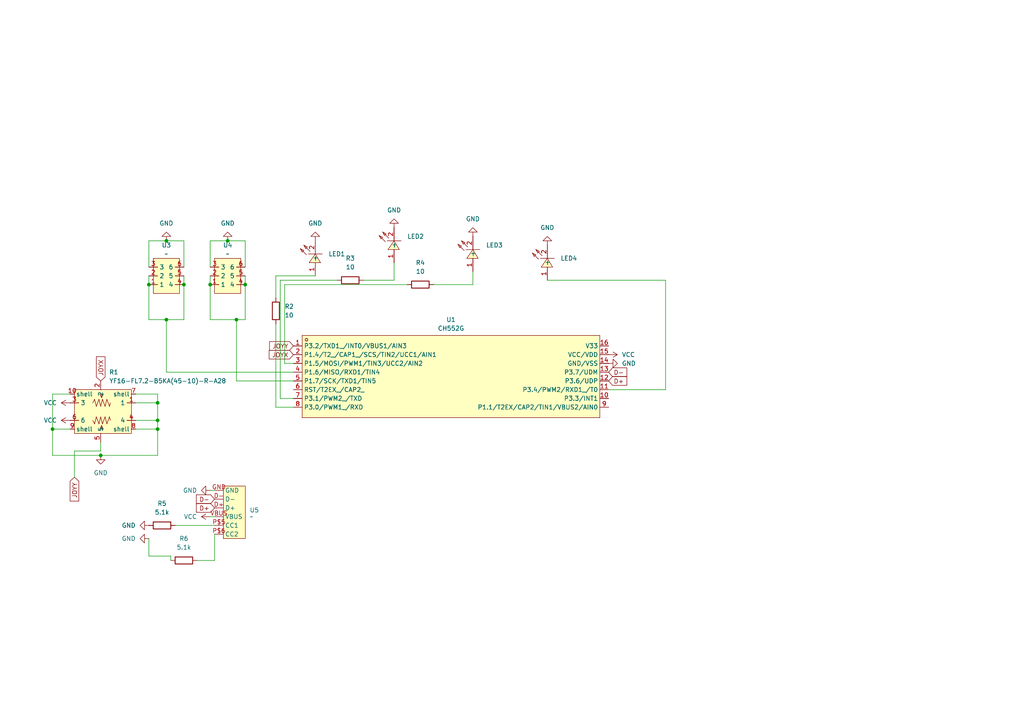
<source format=kicad_sch>
(kicad_sch (version 20231120) (generator "eeschema") (generator_version "8.0")
  (paper "A4")
  (lib_symbols
    (symbol "DIP6-DPDT_1"
      (property "Reference" "U4" (at 0 2.54 0))
      (property "Value" "~" (at 0 0 0))
      (symbol "DIP6-DPDT_1_1_1"
        (rectangle (start -3.81 -1.27) (end 3.81 -11.43) (fill (type background)))
        (pin input line (at -5.08 -8.89 0) (length 2.54) (name "1") (number "1"))
        (pin input line (at -5.08 -6.35 0) (length 2.54) (name "2") (number "2"))
        (pin input line (at -5.08 -3.81 0) (length 2.54) (name "3") (number "3"))
        (pin input line (at 5.08 -8.89 180) (length 2.54) (name "4") (number "4"))
        (pin input line (at 5.08 -6.35 180) (length 2.54) (name "5") (number "5"))
        (pin input line (at 5.08 -3.81 180) (length 2.54) (name "6") (number "6"))
      )
    )
    (symbol "Device:R" (pin_numbers hide) (pin_names (offset 0))
      (property "Reference" "R" (at 2.032 0 90))
      (property "Value" "R" (at 0 0 90))
      (symbol "R_0_1"
        (rectangle (start -1.016 -2.54) (end 1.016 2.54) (stroke (width 0.254)))
      )
      (symbol "R_1_1"
        (pin passive line (at 0 3.81 270) (length 1.27) (name "~") (number "1"))
        (pin passive line (at 0 -3.81 90) (length 1.27) (name "~") (number "2"))
      )
    )
    (symbol "EasyEda:204-10SUBC_S400-A4"
      (property "Reference" "LED" (at 0 5.08 0))
      (property "Value" "204-10SUBC/S400-A4" (at 0 -5.08 0))
      (symbol "204-10SUBC_S400-A4_0_1"
        (polyline (pts (xy 1.02 2.54) (xy 2.79 4.32)))
        (polyline (pts (xy 1.27 2.03) (xy 1.27 -2.03)))
        (polyline (pts (xy 2.03 1.52) (xy 3.81 3.3)))
        (polyline (pts (xy -1.27 -1.52) (xy 1.27 0) (xy -1.27 1.78) (xy -1.27 -1.52)) (fill (type background)))
        (polyline (pts (xy 2.79 4.32) (xy 1.78 3.81) (xy 2.29 3.3) (xy 2.79 4.32)) (fill (type background)))
        (polyline (pts (xy 3.81 3.3) (xy 2.79 2.79) (xy 3.3 2.29) (xy 3.81 3.3)) (fill (type background)))
        (pin unspecified line (at -5.08 0 0) (length 3.81) (name "+") (number "1"))
        (pin unspecified line (at 5.08 0 180) (length 3.81) (name "-") (number "2"))
      )
    )
    (symbol "EasyEda:CH552G"
      (property "Reference" "U" (at 0 13.97 0))
      (property "Value" "CH552G" (at 0 -13.97 0))
      (symbol "CH552G_0_1"
        (rectangle (start -43.18 11.94) (end 43.18 -11.94) (fill (type background)))
        (circle (center -41.91 10.67) (radius 0.38))
        (circle (center -41.91 10.67) (radius 0.38))
        (pin unspecified line (at -45.72 8.89 0) (length 2.54) (name "P3.2/TXD1_/INT0/VBUS1/AIN3") (number "1"))
        (pin unspecified line (at 45.72 -6.35 180) (length 2.54) (name "P3.3/INT1") (number "10"))
        (pin unspecified line (at 45.72 -3.81 180) (length 2.54) (name "P3.4/PWM2/RXD1_/T0") (number "11"))
        (pin unspecified line (at 45.72 -1.27 180) (length 2.54) (name "P3.6/UDP") (number "12"))
        (pin unspecified line (at 45.72 1.27 180) (length 2.54) (name "P3.7/UDM") (number "13"))
        (pin unspecified line (at 45.72 3.81 180) (length 2.54) (name "GND/VSS") (number "14"))
        (pin unspecified line (at 45.72 6.35 180) (length 2.54) (name "VCC/VDD") (number "15"))
        (pin unspecified line (at 45.72 8.89 180) (length 2.54) (name "V33") (number "16"))
        (pin unspecified line (at -45.72 6.35 0) (length 2.54) (name "P1.4/T2_/CAP1_/SCS/TIN2/UCC1/AIN1") (number "2"))
        (pin unspecified line (at -45.72 3.81 0) (length 2.54) (name "P1.5/MOSI/PWM1/TIN3/UCC2/AIN2") (number "3"))
        (pin unspecified line (at -45.72 1.27 0) (length 2.54) (name "P1.6/MISO/RXD1/TIN4") (number "4"))
        (pin unspecified line (at -45.72 -1.27 0) (length 2.54) (name "P1.7/SCK/TXD1/TIN5") (number "5"))
        (pin unspecified line (at -45.72 -3.81 0) (length 2.54) (name "RST/T2EX_/CAP2_") (number "6"))
        (pin unspecified line (at -45.72 -6.35 0) (length 2.54) (name "P3.1/PWM2_/TXD") (number "7"))
        (pin unspecified line (at -45.72 -8.89 0) (length 2.54) (name "P3.0/PWM1_/RXD") (number "8"))
        (pin unspecified line (at 45.72 -8.89 180) (length 2.54) (name "P1.1/T2EX/CAP2/TIN1/VBUS2/AIN0") (number "9"))
      )
    )
    (symbol "EasyEda:YF16-FL7.2-B5KA(45-10)-R-A28"
      (property "Reference" "R1" (at 2.4441 11.43 0))
      (property "Value" "YF16-FL7.2-B5KA(45-10)-R-A28" (at 2.4441 8.89 0))
      (symbol "YF16-FL7.2-B5KA(45-10)-R-A28_0_1"
        (rectangle (start -7.62 6.35) (end 8.89 -6.35) (fill (type background)))
        (polyline (pts (xy -2.29 -2.54) (xy -1.78 -3.56)))
        (polyline (pts (xy -2.29 2.54) (xy -1.78 3.56)))
        (polyline (pts (xy -1.78 -3.56) (xy -1.27 -1.52)))
        (polyline (pts (xy -1.78 3.56) (xy -1.27 1.52)))
        (polyline (pts (xy -1.27 -1.52) (xy -0.51 -3.56)))
        (polyline (pts (xy -1.27 1.52) (xy -0.51 3.56)))
        (polyline (pts (xy -0.51 -3.56) (xy 0 -1.52)))
        (polyline (pts (xy -0.51 3.56) (xy 0 1.52)))
        (polyline (pts (xy 0 -1.52) (xy 0.51 -3.56)))
        (polyline (pts (xy 0 1.52) (xy 0.51 3.56)))
        (polyline (pts (xy 0.25 -5.08) (xy 0.25 -4.06)))
        (polyline (pts (xy 0.25 5.08) (xy 0.25 4.06)))
        (polyline (pts (xy 0.51 -3.56) (xy 1.27 -1.52)))
        (polyline (pts (xy 0.51 3.56) (xy 1.27 1.52)))
        (polyline (pts (xy 1.27 -1.52) (xy 1.78 -3.56)))
        (polyline (pts (xy 1.27 1.52) (xy 1.78 3.56)))
        (polyline (pts (xy 1.78 -3.56) (xy 2.54 -1.52)))
        (polyline (pts (xy 1.78 3.56) (xy 2.54 1.52)))
        (polyline (pts (xy 2.54 -1.52) (xy 2.79 -2.54)))
        (polyline (pts (xy 2.54 1.52) (xy 2.79 2.54)))
        (polyline (pts (xy -0.25 -5.08) (xy 0.25 -4.06) (xy 0.76 -5.08) (xy -0.25 -5.08)) (fill (type background)))
        (polyline (pts (xy -0.25 5.08) (xy 0.25 4.06) (xy 0.76 5.08) (xy -0.25 5.08)) (fill (type background)))
        (pin unspecified line (at 10.16 2.54 180) (length 2.54) (name "1") (number "1"))
        (pin unspecified line (at -8.89 5.08 0) (length 1.27) (name "shell") (number "10"))
        (pin unspecified line (at 0 8.89 270) (length 2.54) (name "2") (number "2"))
        (pin unspecified line (at -8.89 2.54 0) (length 2.54) (name "3") (number "3"))
        (pin unspecified line (at 10.16 -2.54 180) (length 2.54) (name "4") (number "4"))
        (pin unspecified line (at 0 -8.89 90) (length 2.54) (name "5") (number "5"))
        (pin unspecified line (at -8.89 -2.54 0) (length 2.54) (name "6") (number "6"))
        (pin unspecified line (at 10.16 5.08 180) (length 1.27) (name "shell") (number "7"))
        (pin unspecified line (at 10.16 -5.08 180) (length 1.27) (name "shell") (number "8"))
        (pin unspecified line (at -8.89 -5.08 0) (length 1.27) (name "shell") (number "9"))
      )
    )
    (symbol "mylib:DIP6-DPDT"
      (property "Reference" "U3" (at 0 2.54 0))
      (property "Value" "~" (at 0 0 0))
      (symbol "DIP6-DPDT_1_1"
        (rectangle (start -3.81 -1.27) (end 3.81 -11.43) (fill (type background)))
        (pin input line (at -5.08 -8.89 0) (length 2.54) (name "1") (number "1"))
        (pin input line (at -5.08 -6.35 0) (length 2.54) (name "2") (number "2"))
        (pin input line (at -5.08 -3.81 0) (length 2.54) (name "3") (number "3"))
        (pin input line (at 5.08 -8.89 180) (length 2.54) (name "4") (number "4"))
        (pin input line (at 5.08 -6.35 180) (length 2.54) (name "5") (number "5"))
        (pin input line (at 5.08 -3.81 180) (length 2.54) (name "6") (number "6"))
      )
    )
    (symbol "mylib:usbc"
      (property "Reference" "U" (at 0 0 0))
      (symbol "usbc_0_1"
        (rectangle (start 0 -1.27) (end 0 -1.27))
      )
      (symbol "usbc_1_1"
        (rectangle (start -2.54 -1.27) (end 3.81 -16.51) (fill (type background)))
        (pin input line (at -5.08 -7.62 0) (length 2.54) (name "D+") (number "D+"))
        (pin input line (at -5.08 -5.08 0) (length 2.54) (name "D-") (number "D-"))
        (pin input line (at -5.08 -2.54 0) (length 2.54) (name "GND") (number "GND"))
        (pin input line (at -5.08 -12.7 0) (length 2.54) (name "CC1") (number "P$5"))
        (pin input line (at -5.08 -15.24 0) (length 2.54) (name "CC2") (number "P$6"))
        (pin input line (at -5.08 -10.16 0) (length 2.54) (name "VBUS") (number "VBUS"))
      )
    )
    (symbol "power:GND" (power) (pin_numbers hide) (pin_names (offset 0) hide)
      (property "Value" "GND" (at 0 -3.81 0))
      (symbol "GND_0_1"
        (polyline (pts (xy 0 0) (xy 0 -1.27) (xy 1.27 -1.27) (xy 0 -2.54) (xy -1.27 -1.27) (xy 0 -1.27)))
      )
      (symbol "GND_1_1"
        (pin power_in line (at 0 0 270) (length 0) (name "~") (number "1"))
      )
    )
    (symbol "power:VCC" (power) (pin_numbers hide) (pin_names (offset 0) hide)
      (property "Value" "VCC" (at 0 3.556 0))
      (symbol "VCC_0_1"
        (polyline (pts (xy -0.762 1.27) (xy 0 2.54)))
        (polyline (pts (xy 0 0) (xy 0 2.54)))
        (polyline (pts (xy 0 2.54) (xy 0.762 1.27)))
      )
      (symbol "VCC_1_1"
        (pin power_in line (at 0 0 90) (length 0) (name "~") (number "1"))
      )
    )
  )
  (junction (at 48.26 69.85))
  (junction (at 68.58 92.71))
  (junction (at 48.26 92.71))
  (junction (at 71.12 82.55))
  (junction (at 45.72 121.92))
  (junction (at 66.04 69.85))
  (junction (at 45.72 116.84))
  (junction (at 15.24 124.46))
  (junction (at 45.72 124.46))
  (junction (at 60.96 82.55))
  (junction (at 53.34 82.55))
  (junction (at 43.18 82.55))
  (junction (at 29.21 132.08))
  (wire (pts (xy 50.8 152.4) (xy 62.23 152.4)))
  (wire (pts (xy 85.09 115.57) (xy 81.28 115.57)))
  (wire (pts (xy 45.72 114.3) (xy 39.37 114.3)))
  (wire (pts (xy 81.28 115.57) (xy 81.28 81.28)))
  (wire (pts (xy 15.24 132.08) (xy 29.21 132.08)))
  (wire (pts (xy 53.34 92.71) (xy 53.34 82.55)))
  (wire (pts (xy 193.04 113.03) (xy 193.04 81.28)))
  (wire (pts (xy 20.32 124.46) (xy 15.24 124.46)))
  (wire (pts (xy 53.34 69.85) (xy 48.26 69.85)))
  (wire (pts (xy 85.09 118.11) (xy 80.01 118.11)))
  (wire (pts (xy 85.09 105.41) (xy 82.55 105.41)))
  (wire (pts (xy 57.15 162.56) (xy 62.23 162.56)))
  (wire (pts (xy 60.96 77.47) (xy 60.96 69.85)))
  (wire (pts (xy 48.26 69.85) (xy 43.18 69.85)))
  (wire (pts (xy 45.72 132.08) (xy 45.72 124.46)))
  (wire (pts (xy 176.53 113.03) (xy 193.04 113.03)))
  (wire (pts (xy 80.01 118.11) (xy 80.01 93.98)))
  (wire (pts (xy 62.23 162.56) (xy 62.23 154.94)))
  (wire (pts (xy 39.37 116.84) (xy 45.72 116.84)))
  (wire (pts (xy 137.16 82.55) (xy 137.16 78.74)))
  (wire (pts (xy 48.26 92.71) (xy 53.34 92.71)))
  (wire (pts (xy 71.12 92.71) (xy 68.58 92.71)))
  (wire (pts (xy 20.32 114.3) (xy 15.24 114.3)))
  (wire (pts (xy 29.21 132.08) (xy 45.72 132.08)))
  (wire (pts (xy 114.3 81.28) (xy 114.3 76.2)))
  (wire (pts (xy 15.24 124.46) (xy 15.24 132.08)))
  (wire (pts (xy 43.18 92.71) (xy 48.26 92.71)))
  (wire (pts (xy 60.96 92.71) (xy 60.96 82.55)))
  (wire (pts (xy 45.72 116.84) (xy 45.72 114.3)))
  (wire (pts (xy 71.12 69.85) (xy 71.12 77.47)))
  (wire (pts (xy 80.01 86.36) (xy 80.01 80.01)))
  (wire (pts (xy 60.96 142.24) (xy 62.23 142.24)))
  (wire (pts (xy 48.26 107.95) (xy 85.09 107.95)))
  (wire (pts (xy 125.73 82.55) (xy 137.16 82.55)))
  (wire (pts (xy 49.53 162.56) (xy 49.53 161.29)))
  (wire (pts (xy 66.04 69.85) (xy 71.12 69.85)))
  (wire (pts (xy 43.18 69.85) (xy 43.18 77.47)))
  (wire (pts (xy 43.18 161.29) (xy 43.18 156.21)))
  (wire (pts (xy 82.55 105.41) (xy 82.55 82.55)))
  (wire (pts (xy 60.96 149.86) (xy 62.23 149.86)))
  (wire (pts (xy 45.72 124.46) (xy 39.37 124.46)))
  (wire (pts (xy 49.53 161.29) (xy 43.18 161.29)))
  (wire (pts (xy 21.59 130.81) (xy 29.21 130.81)))
  (wire (pts (xy 43.18 80.01) (xy 43.18 82.55)))
  (wire (pts (xy 193.04 81.28) (xy 158.75 81.28)))
  (wire (pts (xy 53.34 77.47) (xy 53.34 69.85)))
  (wire (pts (xy 29.21 130.81) (xy 29.21 128.27)))
  (wire (pts (xy 21.59 138.43) (xy 21.59 130.81)))
  (wire (pts (xy 82.55 82.55) (xy 118.11 82.55)))
  (wire (pts (xy 45.72 124.46) (xy 45.72 121.92)))
  (wire (pts (xy 45.72 121.92) (xy 45.72 116.84)))
  (wire (pts (xy 71.12 80.01) (xy 71.12 82.55)))
  (wire (pts (xy 68.58 92.71) (xy 60.96 92.71)))
  (wire (pts (xy 15.24 114.3) (xy 15.24 124.46)))
  (wire (pts (xy 71.12 82.55) (xy 71.12 92.71)))
  (wire (pts (xy 68.58 110.49) (xy 68.58 92.71)))
  (wire (pts (xy 105.41 81.28) (xy 114.3 81.28)))
  (wire (pts (xy 43.18 82.55) (xy 43.18 92.71)))
  (wire (pts (xy 48.26 92.71) (xy 48.26 107.95)))
  (wire (pts (xy 60.96 69.85) (xy 66.04 69.85)))
  (wire (pts (xy 80.01 80.01) (xy 91.44 80.01)))
  (wire (pts (xy 53.34 82.55) (xy 53.34 80.01)))
  (wire (pts (xy 39.37 121.92) (xy 45.72 121.92)))
  (wire (pts (xy 85.09 110.49) (xy 68.58 110.49)))
  (wire (pts (xy 60.96 82.55) (xy 60.96 80.01)))
  (wire (pts (xy 81.28 81.28) (xy 97.79 81.28)))
  (global_label "JOYY" (shape input) (at 85.09 100.33 180) (property "Intersheetrefs" "${INTERSHEET_REFS}" (effects (hide yes))))
  (global_label "D-" (shape input) (at 176.53 107.95 0) (property "Intersheetrefs" "${INTERSHEET_REFS}" (effects (hide yes))))
  (global_label "JOYX" (shape input) (at 29.21 110.49 90) (property "Intersheetrefs" "${INTERSHEET_REFS}" (effects (hide yes))))
  (global_label "JOYX" (shape input) (at 85.09 102.87 180) (property "Intersheetrefs" "${INTERSHEET_REFS}" (effects (hide yes))))
  (global_label "D+" (shape input) (at 62.23 147.32 180) (property "Intersheetrefs" "${INTERSHEET_REFS}" (effects (hide yes))))
  (global_label "D-" (shape input) (at 62.23 144.78 180) (property "Intersheetrefs" "${INTERSHEET_REFS}" (effects (hide yes))))
  (global_label "JOYY" (shape input) (at 21.59 138.43 270) (property "Intersheetrefs" "${INTERSHEET_REFS}" (effects (hide yes))))
  (global_label "D+" (shape input) (at 176.53 110.49 0) (property "Intersheetrefs" "${INTERSHEET_REFS}" (effects (hide yes))))
  (symbol (lib_id "power:GND") (at 176.53 105.41 90) (unit 1)
    (property "Reference" "#PWR01" (effects (hide yes)))
    (property "Value" "GND" (at 180.34 105.4099 90) (effects (justify right)))
    (property "Description" "Power symbol creates a global label with name \"GND\" , ground" (effects (hide yes)))
  )
  (symbol (lib_id "EasyEda:YF16-FL7.2-B5KA(45-10)-R-A28") (at 29.21 119.38 0) (unit 1)
    (property "Reference" "R1" (at 31.6541 107.95 0) (effects (justify left)))
    (property "Value" "YF16-FL7.2-B5KA(45-10)-R-A28" (at 31.6541 110.49 0) (effects (justify left)))
    (property "Footprint" "easyeda2kicad:JOYTICK-TH_YF16-DFL7.2-B5KO-45-10-B5KO-55--RG-A22" (effects (hide yes)))
    (property "LCSC Part" "C37323739" (effects (hide yes)))
  )
  (symbol (lib_id "Device:R") (at 53.34 162.56 270) (unit 1)
    (property "Reference" "R6" (at 53.34 156.21 90))
    (property "Value" "5.1k" (at 53.34 158.75 90))
    (property "Footprint" "Resistor_THT:R_Axial_DIN0207_L6.3mm_D2.5mm_P7.62mm_Horizontal" (effects (hide yes)))
    (property "Description" "Resistor" (effects (hide yes)))
  )
  (symbol (lib_id "Device:R") (at 80.01 90.17 0) (unit 1)
    (property "Reference" "R2" (at 82.55 88.8999 0) (effects (justify left)))
    (property "Value" "10" (at 82.55 91.4399 0) (effects (justify left)))
    (property "Footprint" "Resistor_THT:R_Axial_DIN0207_L6.3mm_D2.5mm_P7.62mm_Horizontal" (effects (hide yes)))
    (property "Description" "Resistor" (effects (hide yes)))
  )
  (symbol (lib_id "power:VCC") (at 60.96 149.86 90) (unit 1)
    (property "Reference" "#PWR03" (effects (hide yes)))
    (property "Value" "VCC" (at 57.15 149.8599 90) (effects (justify left)))
    (property "Description" "Power symbol creates a global label with name \"VCC\"" (effects (hide yes)))
  )
  (symbol (lib_id "EasyEda:204-10SUBC_S400-A4") (at 91.44 74.93 90) (unit 1)
    (property "Reference" "LED1" (at 95.25 73.6599 90) (effects (justify right)))
    (property "Value" "204-10SUBC/S400-A4" (effects (hide yes)))
    (property "Footprint" "easyeda2kicad:LED-TH_BD4.0-P2.54-FD" (effects (hide yes)))
    (property "Datasheet" "https://lcsc.com/product-detail/Light-Emitting-Diodes-LED_3mmled-Blue-light-Have-side_C86881.html" (effects (hide yes)))
    (property "LCSC Part" "C86881" (effects (hide yes)))
  )
  (symbol (lib_id "power:GND") (at 114.3 66.04 180) (unit 1)
    (property "Reference" "#PWR09" (effects (hide yes)))
    (property "Value" "GND" (at 114.3 60.96 0))
    (property "Description" "Power symbol creates a global label with name \"GND\" , ground" (effects (hide yes)))
  )
  (symbol (lib_id "power:GND") (at 137.16 68.58 180) (unit 1)
    (property "Reference" "#PWR07" (effects (hide yes)))
    (property "Value" "GND" (at 137.16 63.5 0))
    (property "Description" "Power symbol creates a global label with name \"GND\" , ground" (effects (hide yes)))
  )
  (symbol (lib_id "power:GND") (at 66.04 69.85 180) (unit 1)
    (property "Reference" "#PWR05" (effects (hide yes)))
    (property "Value" "GND" (at 66.04 64.77 0))
    (property "Description" "Power symbol creates a global label with name \"GND\" , ground" (effects (hide yes)))
  )
  (symbol (lib_id "power:GND") (at 158.75 71.12 180) (unit 1)
    (property "Reference" "#PWR08" (effects (hide yes)))
    (property "Value" "GND" (at 158.75 66.04 0))
    (property "Description" "Power symbol creates a global label with name \"GND\" , ground" (effects (hide yes)))
  )
  (symbol (lib_name "DIP6-DPDT_1") (lib_id "mylib:DIP6-DPDT") (at 66.04 73.66 0) (unit 1)
    (property "Reference" "U4" (at 66.04 71.12 0))
    (property "Value" "~" (at 66.04 73.66 0))
    (property "Footprint" "Button_Switch_THT:DIP6-DPDT" (effects (hide yes)))
  )
  (symbol (lib_id "Device:R") (at 46.99 152.4 90) (unit 1)
    (property "Reference" "R5" (at 46.99 146.05 90))
    (property "Value" "5.1k" (at 46.99 148.59 90))
    (property "Footprint" "Resistor_THT:R_Axial_DIN0207_L6.3mm_D2.5mm_P7.62mm_Horizontal" (effects (hide yes)))
    (property "Description" "Resistor" (effects (hide yes)))
  )
  (symbol (lib_id "EasyEda:204-10SUBC_S400-A4") (at 114.3 71.12 90) (unit 1)
    (property "Reference" "LED2" (at 118.11 68.5799 90) (effects (justify right)))
    (property "Value" "204-10SUBC/S400-A4" (effects (hide yes)))
    (property "Footprint" "easyeda2kicad:LED-TH_BD4.0-P2.54-FD" (effects (hide yes)))
    (property "Datasheet" "https://lcsc.com/product-detail/Light-Emitting-Diodes-LED_3mmled-Blue-light-Have-side_C86881.html" (effects (hide yes)))
    (property "LCSC Part" "C86881" (effects (hide yes)))
  )
  (symbol (lib_id "Device:R") (at 121.92 82.55 90) (unit 1)
    (property "Reference" "R4" (at 121.92 76.2 90))
    (property "Value" "10" (at 121.92 78.74 90))
    (property "Footprint" "Resistor_THT:R_Axial_DIN0207_L6.3mm_D2.5mm_P7.62mm_Horizontal" (effects (hide yes)))
    (property "Description" "Resistor" (effects (hide yes)))
  )
  (symbol (lib_id "power:VCC") (at 176.53 102.87 270) (unit 1)
    (property "Reference" "#PWR04" (effects (hide yes)))
    (property "Value" "VCC" (at 180.34 102.8699 90) (effects (justify left)))
    (property "Description" "Power symbol creates a global label with name \"VCC\"" (effects (hide yes)))
  )
  (symbol (lib_id "EasyEda:204-10SUBC_S400-A4") (at 137.16 73.66 90) (unit 1)
    (property "Reference" "LED3" (at 140.97 71.1199 90) (effects (justify right)))
    (property "Value" "204-10SUBC/S400-A4" (effects (hide yes)))
    (property "Footprint" "easyeda2kicad:LED-TH_BD4.0-P2.54-FD" (effects (hide yes)))
    (property "Datasheet" "https://lcsc.com/product-detail/Light-Emitting-Diodes-LED_3mmled-Blue-light-Have-side_C86881.html" (effects (hide yes)))
    (property "LCSC Part" "C86881" (effects (hide yes)))
  )
  (symbol (lib_id "Device:R") (at 101.6 81.28 90) (unit 1)
    (property "Reference" "R3" (at 101.6 74.93 90))
    (property "Value" "10" (at 101.6 77.47 90))
    (property "Footprint" "Resistor_THT:R_Axial_DIN0207_L6.3mm_D2.5mm_P7.62mm_Horizontal" (effects (hide yes)))
    (property "Description" "Resistor" (effects (hide yes)))
  )
  (symbol (lib_id "mylib:DIP6-DPDT") (at 48.26 73.66 0) (unit 1)
    (property "Reference" "U3" (at 48.26 71.12 0))
    (property "Value" "~" (at 48.26 73.66 0))
    (property "Footprint" "Button_Switch_THT:DIP6-DPDT" (effects (hide yes)))
  )
  (symbol (lib_id "power:GND") (at 43.18 152.4 270) (unit 1)
    (property "Reference" "#PWR014" (effects (hide yes)))
    (property "Value" "GND" (at 39.37 152.3999 90) (effects (justify right)))
    (property "Description" "Power symbol creates a global label with name \"GND\" , ground" (effects (hide yes)))
  )
  (symbol (lib_id "power:GND") (at 91.44 69.85 180) (unit 1)
    (property "Reference" "#PWR010" (effects (hide yes)))
    (property "Value" "GND" (at 91.44 64.77 0))
    (property "Description" "Power symbol creates a global label with name \"GND\" , ground" (effects (hide yes)))
  )
  (symbol (lib_id "mylib:usbc") (at 67.31 139.7 0) (unit 1)
    (property "Reference" "U5" (at 72.39 147.9549 0) (effects (justify left)))
    (property "Value" "~" (at 72.39 149.86 0) (effects (justify left)))
    (property "Footprint" "USBC:USB_TYPE_C_W_2.0_5" (effects (hide yes)))
  )
  (symbol (lib_id "power:GND") (at 29.21 132.08 0) (unit 1)
    (property "Reference" "#PWR011" (effects (hide yes)))
    (property "Value" "GND" (at 29.21 137.16 0))
    (property "Description" "Power symbol creates a global label with name \"GND\" , ground" (effects (hide yes)))
  )
  (symbol (lib_id "power:GND") (at 43.18 156.21 270) (unit 1)
    (property "Reference" "#PWR015" (effects (hide yes)))
    (property "Value" "GND" (at 39.37 156.2099 90) (effects (justify right)))
    (property "Description" "Power symbol creates a global label with name \"GND\" , ground" (effects (hide yes)))
  )
  (symbol (lib_id "EasyEda:CH552G") (at 130.81 109.22 0) (unit 1)
    (property "Reference" "U1" (at 130.81 92.71 0))
    (property "Value" "CH552G" (at 130.81 95.25 0))
    (property "Footprint" "easyeda2kicad:SOP-16_L10.0-W3.9-P1.27-LS6.0-BL" (effects (hide yes)))
    (property "Datasheet" "https://lcsc.com/product-detail/USB_CH552G_C111292.html" (effects (hide yes)))
    (property "LCSC Part" "C111292" (effects (hide yes)))
  )
  (symbol (lib_id "power:GND") (at 60.96 142.24 270) (unit 1)
    (property "Reference" "#PWR02" (effects (hide yes)))
    (property "Value" "GND" (at 57.15 142.2399 90) (effects (justify right)))
    (property "Description" "Power symbol creates a global label with name \"GND\" , ground" (effects (hide yes)))
  )
  (symbol (lib_id "power:GND") (at 48.26 69.85 180) (unit 1)
    (property "Reference" "#PWR06" (effects (hide yes)))
    (property "Value" "GND" (at 48.26 64.77 0))
    (property "Description" "Power symbol creates a global label with name \"GND\" , ground" (effects (hide yes)))
  )
  (symbol (lib_id "power:VCC") (at 20.32 121.92 90) (unit 1)
    (property "Reference" "#PWR013" (effects (hide yes)))
    (property "Value" "VCC" (at 16.51 121.9199 90) (effects (justify left)))
    (property "Description" "Power symbol creates a global label with name \"VCC\"" (effects (hide yes)))
  )
  (symbol (lib_id "EasyEda:204-10SUBC_S400-A4") (at 158.75 76.2 90) (unit 1)
    (property "Reference" "LED4" (at 162.56 74.9299 90) (effects (justify right)))
    (property "Value" "204-10SUBC/S400-A4" (effects (hide yes)))
    (property "Footprint" "easyeda2kicad:LED-TH_BD4.0-P2.54-FD" (effects (hide yes)))
    (property "Datasheet" "https://lcsc.com/product-detail/Light-Emitting-Diodes-LED_3mmled-Blue-light-Have-side_C86881.html" (effects (hide yes)))
    (property "LCSC Part" "C86881" (effects (hide yes)))
  )
  (symbol (lib_id "power:VCC") (at 20.32 116.84 90) (unit 1)
    (property "Reference" "#PWR012" (effects (hide yes)))
    (property "Value" "VCC" (at 16.51 116.8399 90) (effects (justify left)))
    (property "Description" "Power symbol creates a global label with name \"VCC\"" (effects (hide yes)))
  )
)
</source>
